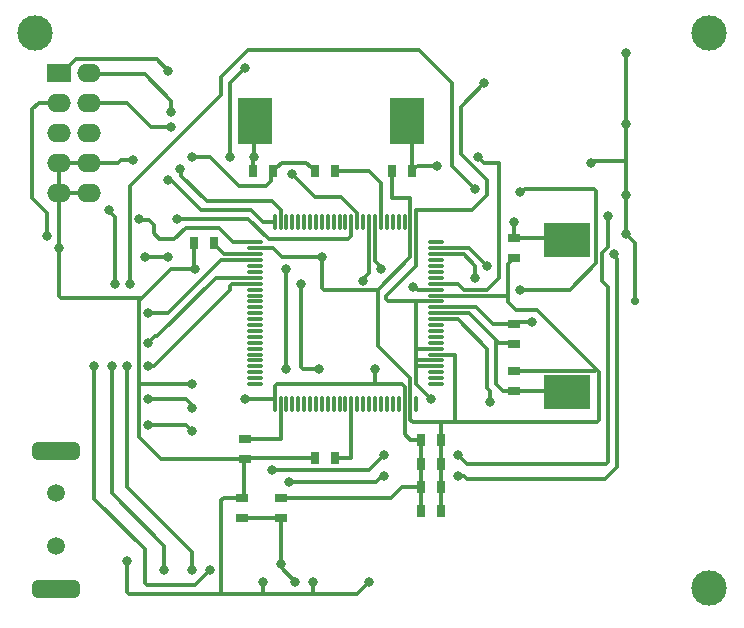
<source format=gbr>
G04*
G04 #@! TF.GenerationSoftware,Altium Limited,Altium Designer,24.4.1 (13)*
G04*
G04 Layer_Physical_Order=2*
G04 Layer_Color=16711680*
%FSLAX44Y44*%
%MOMM*%
G71*
G04*
G04 #@! TF.SameCoordinates,79D782BA-BD90-4D4D-B637-5DB34664487F*
G04*
G04*
G04 #@! TF.FilePolarity,Positive*
G04*
G01*
G75*
%ADD35R,0.7500X1.0000*%
%ADD39R,2.8500X3.9500*%
%ADD40R,1.0000X0.7500*%
%ADD47C,0.3000*%
%ADD48O,2.0000X1.5400*%
%ADD49R,2.0000X1.5400*%
G04:AMPARAMS|DCode=50|XSize=4mm|YSize=1.5mm|CornerRadius=0.375mm|HoleSize=0mm|Usage=FLASHONLY|Rotation=180.000|XOffset=0mm|YOffset=0mm|HoleType=Round|Shape=RoundedRectangle|*
%AMROUNDEDRECTD50*
21,1,4.0000,0.7500,0,0,180.0*
21,1,3.2500,1.5000,0,0,180.0*
1,1,0.7500,-1.6250,0.3750*
1,1,0.7500,1.6250,0.3750*
1,1,0.7500,1.6250,-0.3750*
1,1,0.7500,-1.6250,-0.3750*
%
%ADD50ROUNDEDRECTD50*%
%ADD51C,1.5000*%
%ADD52C,3.0000*%
%ADD53C,0.8000*%
%ADD54C,0.7000*%
%ADD55O,0.3000X1.4000*%
%ADD56O,1.4000X0.3000*%
%ADD57R,3.9500X2.8500*%
D35*
X1036500Y890000D02*
D03*
X1053500D02*
D03*
X1101500Y1132500D02*
D03*
X1118500D02*
D03*
X1001000D02*
D03*
X984000D02*
D03*
X1053500D02*
D03*
X1036500D02*
D03*
X1126500Y865000D02*
D03*
X1143500D02*
D03*
X1126500Y905000D02*
D03*
X1143500D02*
D03*
X1126500Y885000D02*
D03*
X1143500D02*
D03*
X1126500Y845000D02*
D03*
X1143500D02*
D03*
X951000Y1072000D02*
D03*
X934000D02*
D03*
D39*
X1114250Y1175000D02*
D03*
X985750D02*
D03*
D40*
X1205000Y1059000D02*
D03*
Y1076000D02*
D03*
Y1003500D02*
D03*
Y986500D02*
D03*
Y963500D02*
D03*
Y946500D02*
D03*
X1007500Y839000D02*
D03*
Y856000D02*
D03*
X975000Y856000D02*
D03*
Y839000D02*
D03*
X977500Y906000D02*
D03*
Y889000D02*
D03*
D47*
X1206500Y1005000D02*
X1220000D01*
X1205000Y1003500D02*
X1206500Y1005000D01*
X1202500Y1090000D02*
X1205000Y1087500D01*
Y963500D02*
X1273500D01*
X1275000Y965000D02*
X1277500Y962500D01*
X1225000Y1015000D02*
X1275000Y965000D01*
X1273500Y963500D02*
X1275000Y965000D01*
X1277500Y962500D02*
X1277500D01*
Y921757D02*
Y962500D01*
X1206757Y1015000D02*
X1225000D01*
X1210000Y1032500D02*
X1252500D01*
X1200000Y1021757D02*
X1206757Y1015000D01*
X1200000Y1021757D02*
Y1027500D01*
X1203750Y1059000D02*
X1205000D01*
X1201500Y1056750D02*
X1203750Y1059000D01*
X1201500Y1055500D02*
Y1056750D01*
X1200000Y1054000D02*
X1201500Y1055500D01*
X1200000Y1027500D02*
Y1054000D01*
X1139500Y1027500D02*
X1200000D01*
X1252500Y1032500D02*
X1275000Y1055000D01*
X1205000Y1076000D02*
Y1087500D01*
X1101000Y856000D02*
X1110000Y865000D01*
X1007500Y856000D02*
X1101000D01*
X1110000Y865000D02*
X1126500D01*
X1015000Y870000D02*
X1088647D01*
X1093647Y875000D01*
X1095000D01*
X1082500Y880000D02*
X1095000Y892500D01*
X1000000Y880000D02*
X1082500D01*
X1157500Y875000D02*
X1162500D01*
X1157500Y892500D02*
X1165000Y885000D01*
X1162500Y875000D02*
X1165000Y872500D01*
X927500Y917500D02*
X932500Y912500D01*
X895000Y917500D02*
X927500D01*
X1290000Y1061147D02*
Y1062500D01*
X1282500Y872500D02*
X1292500Y882500D01*
X1290000Y1061147D02*
X1292500Y1058647D01*
Y882500D02*
Y1058647D01*
X1280000Y1040000D02*
X1285000Y1035000D01*
Y886757D02*
Y1035000D01*
X1165000Y885000D02*
X1283243D01*
X1285000Y886757D01*
X1280000Y1040000D02*
Y1063845D01*
X1285000Y1068845D01*
Y1095000D01*
X1165000Y872500D02*
X1282500D01*
X1275000Y1055000D02*
Y1116297D01*
X1214257Y1118054D02*
X1273243D01*
X1275000Y1116297D01*
X1211203Y1115000D02*
X1214257Y1118054D01*
X1210000Y1115000D02*
X1211203D01*
X1300000Y1079656D02*
Y1141000D01*
Y1079656D02*
X1307500Y1072156D01*
X1118500Y1133750D02*
Y1175000D01*
Y1133750D02*
X1120750Y1136000D01*
X1122000D01*
X1123500Y1137500D02*
X1140000D01*
X1118500Y1132500D02*
Y1133750D01*
X1122000Y1136000D02*
X1123500Y1137500D01*
X1167500Y1067500D02*
X1182500Y1052500D01*
X1139500Y1067500D02*
X1167500D01*
X1162625Y1062500D02*
X1172500Y1052625D01*
Y1042500D02*
Y1052625D01*
X1139500Y1062500D02*
X1162625D01*
X1270000Y1141000D02*
X1300000D01*
X1000375Y1133125D02*
X1003250Y1136000D01*
X933250Y1072750D02*
X934500Y1071500D01*
X976500Y890000D02*
X1036500D01*
X976500Y856000D02*
Y889000D01*
X1182500Y1032500D02*
X1192500Y1042500D01*
X1162500Y1032500D02*
X1182500D01*
X1157500Y1037500D02*
X1162500Y1032500D01*
X1120000Y1035000D02*
X1121353D01*
X1123853Y1032500D02*
X1139500D01*
X1121353Y1035000D02*
X1123853Y1032500D01*
X1096743Y1024257D02*
Y1026743D01*
X1098500Y1022500D02*
X1122500D01*
X1096743Y1026743D02*
X1122500Y1052500D01*
X1090000Y985000D02*
Y1032500D01*
X1096743Y1024257D02*
X1098500Y1022500D01*
X1122500Y982500D02*
Y1022500D01*
X1090000Y985000D02*
X1117500Y957500D01*
X1122500Y1052500D02*
Y1089500D01*
X1044257Y1032500D02*
X1090000D01*
X1117500Y1060000D02*
Y1089500D01*
X1090000Y1032500D02*
X1117500Y1060000D01*
X1092500Y1050000D02*
Y1051353D01*
X1087500Y1056353D02*
Y1089500D01*
Y1056353D02*
X1092500Y1051353D01*
X1082500Y1046353D02*
Y1089500D01*
X1077500Y1041353D02*
X1082500Y1046353D01*
X1077500Y1040000D02*
Y1041353D01*
X1117500Y1089500D02*
Y1110000D01*
X1101500D02*
X1117500D01*
X892500Y1060000D02*
X912500D01*
X900000Y1080000D02*
X905000Y1075000D01*
X888457Y1091543D02*
X895957D01*
X900000Y1087500D01*
Y1080000D02*
Y1087500D01*
X887500Y1092500D02*
X888457Y1091543D01*
X997500Y1075000D02*
X1065000D01*
X920000Y1092500D02*
X980000D01*
X997500Y1075000D01*
X1065000D02*
X1067500Y1077500D01*
Y1089500D01*
X912500Y1127500D02*
X940000Y1100000D01*
X992500Y1090000D02*
X1002500D01*
Y1089500D02*
Y1090000D01*
X940000Y1100000D02*
X982500D01*
X992500Y1090000D01*
X1000000Y1107500D02*
X1007500Y1100000D01*
Y1089500D02*
Y1100000D01*
X945000Y1107500D02*
X1000000D01*
X999757Y1131257D02*
X1001000Y1132500D01*
X972500Y1120000D02*
X995000D01*
X999757Y1124757D01*
Y1131257D01*
X932500Y1145000D02*
X947500D01*
X972500Y1120000D01*
X905000Y1075000D02*
X917500D01*
X927500Y1085000D01*
X955000D01*
X967500Y1072500D02*
X985500D01*
X955000Y1085000D02*
X967500Y1072500D01*
X923457Y1129043D02*
Y1134043D01*
Y1129043D02*
X945000Y1107500D01*
X922500Y1135000D02*
X923457Y1134043D01*
X912500Y1125000D02*
Y1127500D01*
X895000Y987500D02*
X895379D01*
X903321Y993321D02*
X952500Y1042500D01*
X895379Y987500D02*
X901200Y993321D01*
X895000Y967500D02*
X900000D01*
X895000Y940000D02*
X927141D01*
X895000Y1012500D02*
X912500D01*
X901200Y993321D02*
X903321D01*
X880000Y1037500D02*
Y1120000D01*
X957500Y1197500D01*
X977500Y940000D02*
X1002500D01*
X912500Y1012500D02*
X957500Y1057500D01*
X892500Y1215000D02*
X915000Y1192500D01*
Y1182500D02*
Y1192500D01*
X845400Y1190400D02*
X877100D01*
X897500Y1170000D01*
X915000D01*
X957500Y1212500D02*
X980000Y1235000D01*
X957500Y1197500D02*
Y1212500D01*
X980000Y1235000D02*
X1125000D01*
X965000Y1207500D02*
X977500Y1220000D01*
X846200Y1215000D02*
X892500D01*
X845400Y1215800D02*
X846200Y1215000D01*
X834000Y1227500D02*
X902500D01*
X912500Y1217500D01*
X820000Y1215800D02*
X822300D01*
X834000Y1227500D01*
X965000Y1145000D02*
Y1207500D01*
X1125000Y1235000D02*
X1152500Y1207500D01*
X932500Y1145000D02*
X933250Y1144250D01*
X934500Y1050500D02*
Y1071500D01*
X1026211Y1121289D02*
Y1121289D01*
Y1121289D02*
X1036464Y1111036D01*
X1058536D01*
X1017500Y1130000D02*
X1026211Y1121289D01*
X1003250Y1136000D02*
X1004500D01*
X1008500Y1140000D01*
X1029000D02*
X1033000Y1136000D01*
X1034250D01*
X1008500Y1140000D02*
X1029000D01*
X1034250Y1136000D02*
X1036500Y1133750D01*
Y1132500D02*
Y1133750D01*
X1072500Y1089500D02*
Y1097071D01*
X1058536Y1111036D02*
X1072500Y1097071D01*
X1053500Y1132500D02*
X1082500D01*
X935000Y782500D02*
X947500Y795000D01*
X892500Y784257D02*
Y812500D01*
Y784257D02*
X894257Y782500D01*
X935000D01*
X850000Y855000D02*
X892500Y812500D01*
X850000Y855000D02*
Y967500D01*
X865000Y860000D02*
Y967500D01*
Y860000D02*
X909200Y815800D01*
Y795000D02*
Y815800D01*
X957500Y775000D02*
X992500D01*
X957500D02*
Y854243D01*
X879257Y775000D02*
X957500D01*
X959257Y856000D02*
X975000D01*
X957500Y854243D02*
X959257Y856000D01*
X867500Y1037500D02*
Y1093647D01*
X862500Y1098647D02*
X867500Y1093647D01*
X862500Y1098647D02*
Y1100000D01*
X877500Y865000D02*
X932500Y810000D01*
X877500Y865000D02*
Y967500D01*
X906000Y889000D02*
X976500D01*
X887500Y907500D02*
X906000Y889000D01*
X887500Y907500D02*
Y952500D01*
X821757Y1025000D02*
X890000D01*
X820000Y1026757D02*
X821757Y1025000D01*
X887500Y952500D02*
Y1022500D01*
X820000Y1026757D02*
Y1067500D01*
X887500Y1022500D02*
X890000Y1025000D01*
X915000Y1050000D01*
X935000D01*
X887500Y952500D02*
X932500D01*
X820000Y1067500D02*
Y1114200D01*
X992500Y775000D02*
Y785000D01*
X1007500Y797500D02*
X1020000Y785000D01*
X1007500Y797500D02*
Y839000D01*
X1035000Y775000D02*
Y785000D01*
Y775000D02*
X1072500D01*
X1082500Y785000D01*
X1190000Y952500D02*
Y990000D01*
Y952500D02*
X1196000Y946500D01*
X1242500D01*
X1182500Y949257D02*
X1185000Y946757D01*
X1182500Y949257D02*
Y982500D01*
X1185000Y937500D02*
Y946757D01*
X1167500Y1012500D02*
X1190000Y990000D01*
X1192500Y987500D01*
X1157500Y1007500D02*
X1182500Y982500D01*
X1139500Y1007500D02*
X1157500D01*
X797500Y1185000D02*
X802900Y1190400D01*
X820000D01*
X797500Y1110000D02*
Y1185000D01*
Y1110000D02*
X810000Y1097500D01*
Y1077500D02*
Y1097500D01*
X957500Y1057500D02*
X985500D01*
X951000Y1070750D02*
X959250Y1062500D01*
X951000Y1070750D02*
Y1072000D01*
X959250Y1062500D02*
X985500D01*
X934500Y1050500D02*
X935000Y1050000D01*
X984000Y1132500D02*
X984500Y1133000D01*
Y1144500D02*
X985000Y1145000D01*
Y1174250D01*
X984500Y1133000D02*
Y1144500D01*
X985000Y1174250D02*
X985750Y1175000D01*
X1175000Y1145000D02*
X1180000Y1140000D01*
X1192500D01*
X1160000Y1187500D02*
X1180000Y1207500D01*
X1160000Y1147500D02*
Y1187500D01*
Y1147500D02*
X1182500Y1125000D01*
X1152500Y1137500D02*
X1172500Y1117500D01*
X1152500Y1137500D02*
Y1207500D01*
X1192500Y1042500D02*
Y1140000D01*
X1139500Y1037500D02*
X1157500D01*
X1092500Y1089500D02*
Y1122500D01*
X1082500Y1132500D02*
X1092500Y1122500D01*
X1182500Y1112500D02*
Y1125000D01*
X1170000Y1100000D02*
X1182500Y1112500D01*
X1122500Y1100000D02*
X1170000D01*
X877500Y776757D02*
Y802500D01*
Y776757D02*
X879257Y775000D01*
X1042500Y1034257D02*
Y1060000D01*
X1008500D02*
X1042500D01*
Y1034257D02*
X1044257Y1032500D01*
X1001000Y1067500D02*
X1008500Y1060000D01*
X1025000Y966757D02*
Y1037500D01*
Y966757D02*
X1026757Y965000D01*
X1040000D01*
X1307500Y1022500D02*
Y1072156D01*
X1205000Y1076000D02*
X1248250D01*
X1250000Y1074250D01*
X1139500Y1012500D02*
X1167500D01*
X1204000Y987500D02*
X1205000Y986500D01*
X1192500Y987500D02*
X1204000D01*
X1139500Y1017500D02*
X1173157D01*
X1187157Y1003500D02*
X1205000D01*
X1173157Y1017500D02*
X1187157Y1003500D01*
X1155000Y920000D02*
X1275743D01*
X1277500Y921757D01*
X992500Y775000D02*
X1035000D01*
X1142500Y920000D02*
X1155000D01*
Y977500D01*
X976500Y889000D02*
X977500D01*
X1122500Y952500D02*
X1135000Y940000D01*
X1122500Y952500D02*
Y967500D01*
X1135000Y937500D02*
Y940000D01*
X1117500Y935500D02*
Y957500D01*
X1122500Y967500D02*
X1139500D01*
X1122500Y972500D02*
X1139500D01*
X1122500D02*
Y982500D01*
Y967500D02*
Y972500D01*
X1087500Y952500D02*
X1110000D01*
X1004257D02*
X1087500D01*
Y965000D01*
X900000Y967500D02*
X965000Y1032500D01*
Y1035743D01*
X966757Y1037500D01*
X985500D01*
X952500Y1042500D02*
X985500D01*
X932500Y795000D02*
Y810000D01*
X1012500Y965000D02*
Y1050000D01*
X1110000Y952500D02*
X1112500Y950000D01*
X1002500Y940000D02*
Y950743D01*
X1004257Y952500D01*
X927141Y940000D02*
X932500Y934641D01*
Y932500D02*
Y934641D01*
X1300000Y1172500D02*
Y1232500D01*
Y1141000D02*
Y1172500D01*
X1067500Y890000D02*
Y935500D01*
X1053500Y890000D02*
X1067500D01*
X1007500Y906000D02*
Y935500D01*
X977500Y906000D02*
X1007500D01*
X1139500Y977500D02*
X1155000D01*
X1122500Y982500D02*
X1139500D01*
X1122500Y1022500D02*
X1139500D01*
X1142500Y920000D02*
X1143500Y919000D01*
X1117500Y922500D02*
X1120000Y920000D01*
X1142500D01*
X1143500Y905000D02*
Y919000D01*
X1112500Y935500D02*
Y950000D01*
Y910000D02*
Y935500D01*
X1114250Y1175000D02*
X1118500D01*
X1122500Y1089500D02*
Y1100000D01*
X975000Y839000D02*
X1007500D01*
X975000Y856000D02*
X976500D01*
X1101500Y1110000D02*
Y1132500D01*
X985500Y1067500D02*
X1001000D01*
X1117500Y922500D02*
Y935500D01*
Y905000D02*
X1126500D01*
X1112500Y910000D02*
X1117500Y905000D01*
X1126500Y885000D02*
Y905000D01*
Y865000D02*
Y885000D01*
Y845000D02*
Y865000D01*
X1143500Y885000D02*
Y905000D01*
Y865000D02*
Y885000D01*
Y845000D02*
Y865000D01*
X845400Y1139600D02*
X869600D01*
X872500Y1142500D02*
X882500D01*
X869600Y1139600D02*
X872500Y1142500D01*
X820000Y1114200D02*
X845400D01*
X820000D02*
Y1139600D01*
X845400D01*
D48*
Y1114200D02*
D03*
Y1139600D02*
D03*
Y1165000D02*
D03*
Y1190400D02*
D03*
Y1215800D02*
D03*
X820000Y1114200D02*
D03*
Y1139600D02*
D03*
Y1165000D02*
D03*
Y1190400D02*
D03*
D49*
Y1215800D02*
D03*
D50*
X817500Y779000D02*
D03*
Y896000D02*
D03*
D51*
Y815000D02*
D03*
Y860000D02*
D03*
D52*
X800000Y1250000D02*
D03*
X1370000D02*
D03*
Y780000D02*
D03*
D53*
X1220000Y1005000D02*
D03*
X1210000Y1032500D02*
D03*
X1205000Y1090000D02*
D03*
X1015000Y870000D02*
D03*
X1000000Y880000D02*
D03*
X1095000Y875000D02*
D03*
Y892500D02*
D03*
X1157500Y875000D02*
D03*
Y892500D02*
D03*
X932500Y912500D02*
D03*
X1285000Y1095000D02*
D03*
X1290000Y1062500D02*
D03*
X1300000Y1112500D02*
D03*
X1140000Y1137500D02*
D03*
X1182500Y1052500D02*
D03*
X1210000Y1115000D02*
D03*
X1172500Y1042500D02*
D03*
X1120000Y1035000D02*
D03*
X1092500Y1050000D02*
D03*
X1077500Y1040000D02*
D03*
X920000Y1092500D02*
D03*
X912500Y1060000D02*
D03*
X892500D02*
D03*
X922500Y1135000D02*
D03*
X895000Y1012500D02*
D03*
Y967500D02*
D03*
Y917500D02*
D03*
Y987500D02*
D03*
Y940000D02*
D03*
X912500Y1125000D02*
D03*
X887500Y1092500D02*
D03*
X880000Y1037500D02*
D03*
X915000Y1182500D02*
D03*
Y1170000D02*
D03*
X977500Y1220000D02*
D03*
X912500Y1217500D02*
D03*
X965000Y1145000D02*
D03*
X932500D02*
D03*
X1017500Y1130000D02*
D03*
X1007500Y800000D02*
D03*
X947500Y795000D02*
D03*
X850000Y967500D02*
D03*
X867500Y1037500D02*
D03*
X865000Y967500D02*
D03*
X877500D02*
D03*
X992500Y785000D02*
D03*
X1020000D02*
D03*
X1035000D02*
D03*
X1082500D02*
D03*
X1185000Y937500D02*
D03*
X862500Y1100000D02*
D03*
X810000Y1077500D02*
D03*
X820000Y1067500D02*
D03*
X935000Y1050000D02*
D03*
X985000Y1145000D02*
D03*
X1175000D02*
D03*
X1180000Y1207500D02*
D03*
X882500Y1142500D02*
D03*
X1042500Y1060000D02*
D03*
X1012500Y1050000D02*
D03*
X1025000Y1037500D02*
D03*
X932500Y795000D02*
D03*
X909200D02*
D03*
X877500Y802500D02*
D03*
X932500Y952500D02*
D03*
Y932500D02*
D03*
X977500Y940000D02*
D03*
X1040000Y965000D02*
D03*
X1012500D02*
D03*
X1087500D02*
D03*
X1135000Y940000D02*
D03*
X1172500Y1117500D02*
D03*
X1300000Y1232500D02*
D03*
Y1172500D02*
D03*
X1270000Y1140000D02*
D03*
X1300000Y1079656D02*
D03*
D54*
X1307500Y1022500D02*
D03*
D55*
X1002500Y935500D02*
D03*
X1007500D02*
D03*
X1012500D02*
D03*
X1017500D02*
D03*
X1022500D02*
D03*
X1027500D02*
D03*
X1032500D02*
D03*
X1037500D02*
D03*
X1042500D02*
D03*
X1047500D02*
D03*
X1052500D02*
D03*
X1057500D02*
D03*
X1062500D02*
D03*
X1067500D02*
D03*
X1117500D02*
D03*
X1107500D02*
D03*
X1102500D02*
D03*
X1097500D02*
D03*
X1112500D02*
D03*
X1092500D02*
D03*
X1087500D02*
D03*
X1082500D02*
D03*
X1077500D02*
D03*
X1072500D02*
D03*
X1122500D02*
D03*
X1002500Y1089500D02*
D03*
X1007500D02*
D03*
X1012500D02*
D03*
X1017500D02*
D03*
X1022500D02*
D03*
X1027500D02*
D03*
X1032500D02*
D03*
X1037500D02*
D03*
X1042500D02*
D03*
X1047500D02*
D03*
X1052500D02*
D03*
X1057500D02*
D03*
X1062500D02*
D03*
X1067500D02*
D03*
X1072500D02*
D03*
X1077500D02*
D03*
X1082500D02*
D03*
X1087500D02*
D03*
X1092500D02*
D03*
X1097500D02*
D03*
X1102500D02*
D03*
X1107500D02*
D03*
X1112500D02*
D03*
X1117500D02*
D03*
X1122500D02*
D03*
D56*
X1139500Y1072500D02*
D03*
Y1067500D02*
D03*
Y1062500D02*
D03*
Y1057500D02*
D03*
Y1052500D02*
D03*
Y1042500D02*
D03*
Y1037500D02*
D03*
Y1032500D02*
D03*
Y1047500D02*
D03*
Y1027500D02*
D03*
Y1022500D02*
D03*
Y1017500D02*
D03*
Y1012500D02*
D03*
Y1007500D02*
D03*
Y1002500D02*
D03*
Y997500D02*
D03*
Y992500D02*
D03*
Y987500D02*
D03*
Y982500D02*
D03*
Y977500D02*
D03*
Y972500D02*
D03*
Y967500D02*
D03*
Y962500D02*
D03*
Y957500D02*
D03*
Y952500D02*
D03*
X985500Y1072500D02*
D03*
Y1067500D02*
D03*
Y1062500D02*
D03*
Y1057500D02*
D03*
Y1052500D02*
D03*
Y1047500D02*
D03*
Y1042500D02*
D03*
Y1037500D02*
D03*
Y1032500D02*
D03*
Y1027500D02*
D03*
Y1022500D02*
D03*
Y1017500D02*
D03*
Y1012500D02*
D03*
Y1002500D02*
D03*
Y997500D02*
D03*
Y992500D02*
D03*
Y987500D02*
D03*
Y982500D02*
D03*
Y977500D02*
D03*
Y972500D02*
D03*
Y967500D02*
D03*
Y962500D02*
D03*
Y957500D02*
D03*
Y952500D02*
D03*
Y1007500D02*
D03*
D57*
X1250000Y1074250D02*
D03*
Y945750D02*
D03*
M02*

</source>
